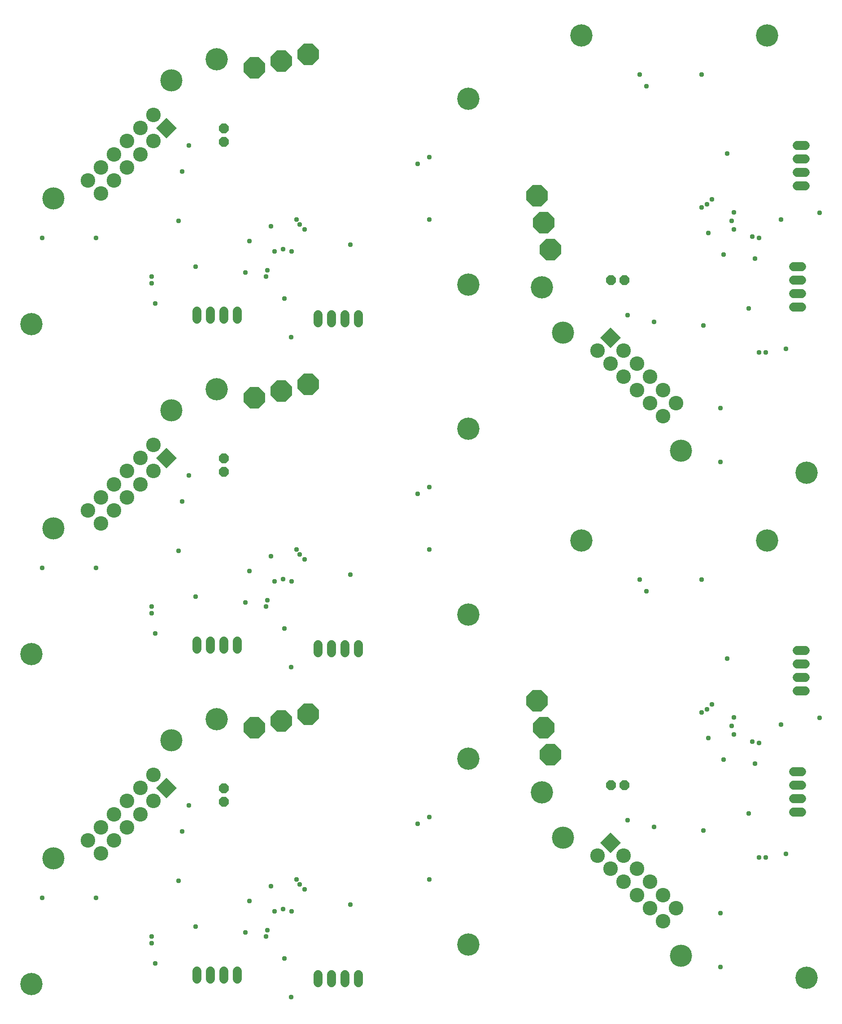
<source format=gbr>
G04 EAGLE Gerber RS-274X export*
G75*
%MOMM*%
%FSLAX34Y34*%
%LPD*%
%INSoldermask Bottom*%
%IPPOS*%
%AMOC8*
5,1,8,0,0,1.08239X$1,22.5*%
G01*
%ADD10C,4.203200*%
%ADD11P,1.951982X8X292.500000*%
%ADD12P,4.343848X8X22.500000*%
%ADD13C,1.727200*%
%ADD14R,2.743200X2.743200*%
%ADD15C,2.743200*%
%ADD16C,4.191000*%
%ADD17P,1.951982X8X22.500000*%
%ADD18P,4.343848X8X112.500000*%
%ADD19C,0.959600*%


D10*
X886500Y474600D03*
X886500Y124600D03*
X411500Y549600D03*
X61500Y49600D03*
X886500Y1096900D03*
X886500Y746900D03*
X411500Y1171900D03*
X61500Y671900D03*
X886500Y1719200D03*
X886500Y1369200D03*
X411500Y1794200D03*
X61500Y1294200D03*
X1100200Y886500D03*
X1450200Y886500D03*
X1025200Y411500D03*
X1525200Y61500D03*
X1100200Y1839000D03*
X1450200Y1839000D03*
X1025200Y1364000D03*
X1525200Y1014000D03*
D11*
X425450Y419100D03*
X425450Y393700D03*
D12*
X482600Y533400D03*
X533400Y546100D03*
X584200Y558800D03*
D13*
X450850Y74295D02*
X450850Y59055D01*
X425450Y59055D02*
X425450Y74295D01*
X400050Y74295D02*
X400050Y59055D01*
X374650Y59055D02*
X374650Y74295D01*
X679450Y67945D02*
X679450Y52705D01*
X654050Y52705D02*
X654050Y67945D01*
X628650Y67945D02*
X628650Y52705D01*
X603250Y52705D02*
X603250Y67945D01*
D14*
G36*
X297452Y419751D02*
X316849Y439148D01*
X336246Y419751D01*
X316849Y400354D01*
X297452Y419751D01*
G37*
D15*
X292100Y395003D03*
X267351Y370254D03*
X242603Y345505D03*
X217854Y320756D03*
X193105Y296008D03*
X292100Y444500D03*
X267351Y419751D03*
X242603Y395003D03*
X217854Y370254D03*
X193105Y345505D03*
X168356Y320756D03*
D16*
X326041Y509554D03*
X103302Y286815D03*
D11*
X425450Y1041400D03*
X425450Y1016000D03*
D12*
X482600Y1155700D03*
X533400Y1168400D03*
X584200Y1181100D03*
D13*
X450850Y696595D02*
X450850Y681355D01*
X425450Y681355D02*
X425450Y696595D01*
X400050Y696595D02*
X400050Y681355D01*
X374650Y681355D02*
X374650Y696595D01*
X679450Y690245D02*
X679450Y675005D01*
X654050Y675005D02*
X654050Y690245D01*
X628650Y690245D02*
X628650Y675005D01*
X603250Y675005D02*
X603250Y690245D01*
D14*
G36*
X297452Y1042051D02*
X316849Y1061448D01*
X336246Y1042051D01*
X316849Y1022654D01*
X297452Y1042051D01*
G37*
D15*
X292100Y1017303D03*
X267351Y992554D03*
X242603Y967805D03*
X217854Y943056D03*
X193105Y918308D03*
X292100Y1066800D03*
X267351Y1042051D03*
X242603Y1017303D03*
X217854Y992554D03*
X193105Y967805D03*
X168356Y943056D03*
D16*
X326041Y1131854D03*
X103302Y909115D03*
D11*
X425450Y1663700D03*
X425450Y1638300D03*
D12*
X482600Y1778000D03*
X533400Y1790700D03*
X584200Y1803400D03*
D13*
X450850Y1318895D02*
X450850Y1303655D01*
X425450Y1303655D02*
X425450Y1318895D01*
X400050Y1318895D02*
X400050Y1303655D01*
X374650Y1303655D02*
X374650Y1318895D01*
X679450Y1312545D02*
X679450Y1297305D01*
X654050Y1297305D02*
X654050Y1312545D01*
X628650Y1312545D02*
X628650Y1297305D01*
X603250Y1297305D02*
X603250Y1312545D01*
D14*
G36*
X297452Y1664351D02*
X316849Y1683748D01*
X336246Y1664351D01*
X316849Y1644954D01*
X297452Y1664351D01*
G37*
D15*
X292100Y1639603D03*
X267351Y1614854D03*
X242603Y1590105D03*
X217854Y1565356D03*
X193105Y1540608D03*
X292100Y1689100D03*
X267351Y1664351D03*
X242603Y1639603D03*
X217854Y1614854D03*
X193105Y1590105D03*
X168356Y1565356D03*
D16*
X326041Y1754154D03*
X103302Y1531415D03*
D17*
X1155700Y425450D03*
X1181100Y425450D03*
D18*
X1041400Y482600D03*
X1028700Y533400D03*
X1016000Y584200D03*
D13*
X1500505Y450850D02*
X1515745Y450850D01*
X1515745Y425450D02*
X1500505Y425450D01*
X1500505Y400050D02*
X1515745Y400050D01*
X1515745Y374650D02*
X1500505Y374650D01*
X1506855Y679450D02*
X1522095Y679450D01*
X1522095Y654050D02*
X1506855Y654050D01*
X1506855Y628650D02*
X1522095Y628650D01*
X1522095Y603250D02*
X1506855Y603250D01*
D14*
G36*
X1155049Y297452D02*
X1135652Y316849D01*
X1155049Y336246D01*
X1174446Y316849D01*
X1155049Y297452D01*
G37*
D15*
X1179797Y292100D03*
X1204546Y267351D03*
X1229295Y242603D03*
X1254044Y217854D03*
X1278792Y193105D03*
X1130300Y292100D03*
X1155049Y267351D03*
X1179797Y242603D03*
X1204546Y217854D03*
X1229295Y193105D03*
X1254044Y168356D03*
D16*
X1065246Y326041D03*
X1287985Y103302D03*
D17*
X1155700Y1377950D03*
X1181100Y1377950D03*
D18*
X1041400Y1435100D03*
X1028700Y1485900D03*
X1016000Y1536700D03*
D13*
X1500505Y1403350D02*
X1515745Y1403350D01*
X1515745Y1377950D02*
X1500505Y1377950D01*
X1500505Y1352550D02*
X1515745Y1352550D01*
X1515745Y1327150D02*
X1500505Y1327150D01*
X1506855Y1631950D02*
X1522095Y1631950D01*
X1522095Y1606550D02*
X1506855Y1606550D01*
X1506855Y1581150D02*
X1522095Y1581150D01*
X1522095Y1555750D02*
X1506855Y1555750D01*
D14*
G36*
X1155049Y1249952D02*
X1135652Y1269349D01*
X1155049Y1288746D01*
X1174446Y1269349D01*
X1155049Y1249952D01*
G37*
D15*
X1179797Y1244600D03*
X1204546Y1219851D03*
X1229295Y1195103D03*
X1254044Y1170354D03*
X1278792Y1145605D03*
X1130300Y1244600D03*
X1155049Y1219851D03*
X1179797Y1195103D03*
X1204546Y1170354D03*
X1229295Y1145605D03*
X1254044Y1120856D03*
D16*
X1065246Y1278541D03*
X1287985Y1055802D03*
D19*
X507525Y151925D03*
X465850Y146925D03*
X288925Y139700D03*
X514350Y234950D03*
X473075Y206375D03*
X371514Y158719D03*
X552450Y25400D03*
X663575Y200025D03*
X288925Y127000D03*
X520700Y187325D03*
X577850Y228600D03*
X812800Y247650D03*
X568325Y238125D03*
X790575Y352425D03*
X561975Y247650D03*
X812800Y365125D03*
X358775Y387350D03*
X346075Y337439D03*
X539750Y98425D03*
X552850Y186925D03*
X537050Y190975D03*
X504825Y139700D03*
X82550Y212725D03*
X184150Y212725D03*
X295275Y88900D03*
X339725Y244475D03*
X507525Y774225D03*
X465850Y769225D03*
X288925Y762000D03*
X514350Y857250D03*
X473075Y828675D03*
X371514Y781019D03*
X552450Y647700D03*
X663575Y822325D03*
X288925Y749300D03*
X520700Y809625D03*
X577850Y850900D03*
X812800Y869950D03*
X568325Y860425D03*
X790575Y974725D03*
X561975Y869950D03*
X812800Y987425D03*
X358775Y1009650D03*
X346075Y959739D03*
X539750Y720725D03*
X552850Y809225D03*
X537050Y813275D03*
X504825Y762000D03*
X82550Y835025D03*
X184150Y835025D03*
X295275Y711200D03*
X339725Y866775D03*
X507525Y1396525D03*
X465850Y1391525D03*
X288925Y1384300D03*
X514350Y1479550D03*
X473075Y1450975D03*
X371514Y1403319D03*
X552450Y1270000D03*
X663575Y1444625D03*
X288925Y1371600D03*
X520700Y1431925D03*
X577850Y1473200D03*
X812800Y1492250D03*
X568325Y1482725D03*
X790575Y1597025D03*
X561975Y1492250D03*
X812800Y1609725D03*
X358775Y1631950D03*
X346075Y1582039D03*
X539750Y1343025D03*
X552850Y1431525D03*
X537050Y1435575D03*
X504825Y1384300D03*
X82550Y1457325D03*
X184150Y1457325D03*
X295275Y1333500D03*
X339725Y1489075D03*
X1422875Y507525D03*
X1427875Y465850D03*
X1435100Y288925D03*
X1339850Y514350D03*
X1368425Y473075D03*
X1416081Y371514D03*
X1549400Y552450D03*
X1374775Y663575D03*
X1447800Y288925D03*
X1387475Y520700D03*
X1346200Y577850D03*
X1327150Y812800D03*
X1336675Y568325D03*
X1222375Y790575D03*
X1327150Y561975D03*
X1209675Y812800D03*
X1187450Y358775D03*
X1237361Y346075D03*
X1476375Y539750D03*
X1387875Y552850D03*
X1383825Y537050D03*
X1435100Y504825D03*
X1362075Y82550D03*
X1362075Y184150D03*
X1485900Y295275D03*
X1330325Y339725D03*
X1422875Y1460025D03*
X1427875Y1418350D03*
X1435100Y1241425D03*
X1339850Y1466850D03*
X1368425Y1425575D03*
X1416081Y1324014D03*
X1549400Y1504950D03*
X1374775Y1616075D03*
X1447800Y1241425D03*
X1387475Y1473200D03*
X1346200Y1530350D03*
X1327150Y1765300D03*
X1336675Y1520825D03*
X1222375Y1743075D03*
X1327150Y1514475D03*
X1209675Y1765300D03*
X1187450Y1311275D03*
X1237361Y1298575D03*
X1476375Y1492250D03*
X1387875Y1505350D03*
X1383825Y1489550D03*
X1435100Y1457325D03*
X1362075Y1035050D03*
X1362075Y1136650D03*
X1485900Y1247775D03*
X1330325Y1292225D03*
M02*

</source>
